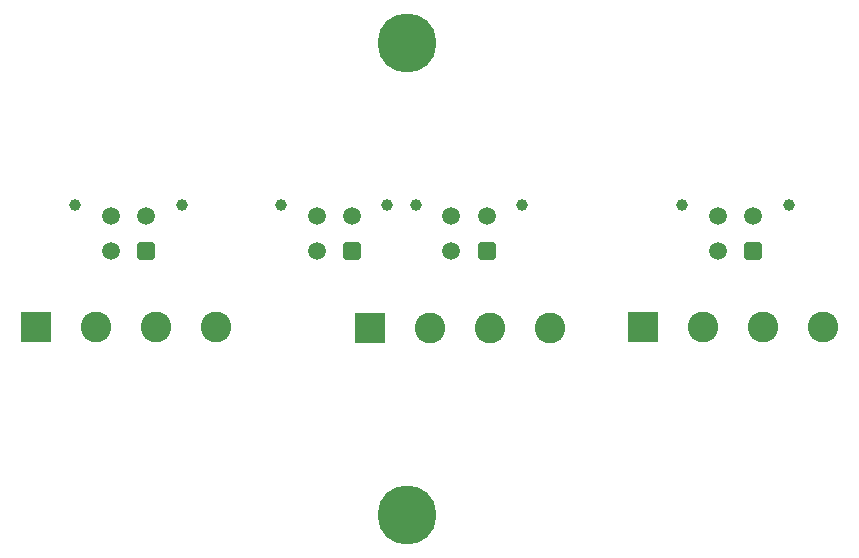
<source format=gbr>
G04 #@! TF.GenerationSoftware,KiCad,Pcbnew,(6.0.11-0)*
G04 #@! TF.CreationDate,2023-07-03T13:35:28+12:00*
G04 #@! TF.ProjectId,molex-adapter,6d6f6c65-782d-4616-9461-707465722e6b,rev?*
G04 #@! TF.SameCoordinates,PX7f50c60PY69db9c0*
G04 #@! TF.FileFunction,Soldermask,Top*
G04 #@! TF.FilePolarity,Negative*
%FSLAX46Y46*%
G04 Gerber Fmt 4.6, Leading zero omitted, Abs format (unit mm)*
G04 Created by KiCad (PCBNEW (6.0.11-0)) date 2023-07-03 13:35:28*
%MOMM*%
%LPD*%
G01*
G04 APERTURE LIST*
G04 Aperture macros list*
%AMRoundRect*
0 Rectangle with rounded corners*
0 $1 Rounding radius*
0 $2 $3 $4 $5 $6 $7 $8 $9 X,Y pos of 4 corners*
0 Add a 4 corners polygon primitive as box body*
4,1,4,$2,$3,$4,$5,$6,$7,$8,$9,$2,$3,0*
0 Add four circle primitives for the rounded corners*
1,1,$1+$1,$2,$3*
1,1,$1+$1,$4,$5*
1,1,$1+$1,$6,$7*
1,1,$1+$1,$8,$9*
0 Add four rect primitives between the rounded corners*
20,1,$1+$1,$2,$3,$4,$5,0*
20,1,$1+$1,$4,$5,$6,$7,0*
20,1,$1+$1,$6,$7,$8,$9,0*
20,1,$1+$1,$8,$9,$2,$3,0*%
G04 Aperture macros list end*
%ADD10C,1.000000*%
%ADD11RoundRect,0.250001X0.499999X0.499999X-0.499999X0.499999X-0.499999X-0.499999X0.499999X-0.499999X0*%
%ADD12C,1.500000*%
%ADD13R,2.600000X2.600000*%
%ADD14C,2.600000*%
%ADD15C,5.000000*%
G04 APERTURE END LIST*
D10*
G04 #@! TO.C,J2*
X710000Y26285661D03*
X9710000Y26285661D03*
D11*
X6710000Y22345661D03*
D12*
X3710000Y22345661D03*
X6710000Y25345661D03*
X3710000Y25345661D03*
G04 #@! TD*
D10*
G04 #@! TO.C,J1*
X32289339Y26285661D03*
X23289339Y26285661D03*
D11*
X29289339Y22345661D03*
D12*
X26289339Y22345661D03*
X29289339Y25345661D03*
X26289339Y25345661D03*
G04 #@! TD*
D13*
G04 #@! TO.C,J1*
X19949339Y15910661D03*
D14*
X25029339Y15910661D03*
X30109339Y15910661D03*
X35189339Y15910661D03*
G04 #@! TD*
D13*
G04 #@! TO.C,J1*
X-31450661Y15910661D03*
D14*
X-26370661Y15910661D03*
X-21290661Y15910661D03*
X-16210661Y15910661D03*
G04 #@! TD*
D15*
G04 #@! TO.C,H1*
X0Y40000000D03*
G04 #@! TD*
D10*
G04 #@! TO.C,J1*
X-1680000Y26285661D03*
X-10680000Y26285661D03*
D11*
X-4680000Y22345661D03*
D12*
X-7680000Y22345661D03*
X-4680000Y25345661D03*
X-7680000Y25345661D03*
G04 #@! TD*
D13*
G04 #@! TO.C,J1*
X-3190000Y15880662D03*
D14*
X1890000Y15880662D03*
X6970000Y15880662D03*
X12050000Y15880662D03*
G04 #@! TD*
D15*
G04 #@! TO.C,H2*
X0Y0D03*
G04 #@! TD*
D10*
G04 #@! TO.C,J1*
X-19110661Y26285661D03*
X-28110661Y26285661D03*
D11*
X-22110661Y22345661D03*
D12*
X-25110661Y22345661D03*
X-22110661Y25345661D03*
X-25110661Y25345661D03*
G04 #@! TD*
M02*

</source>
